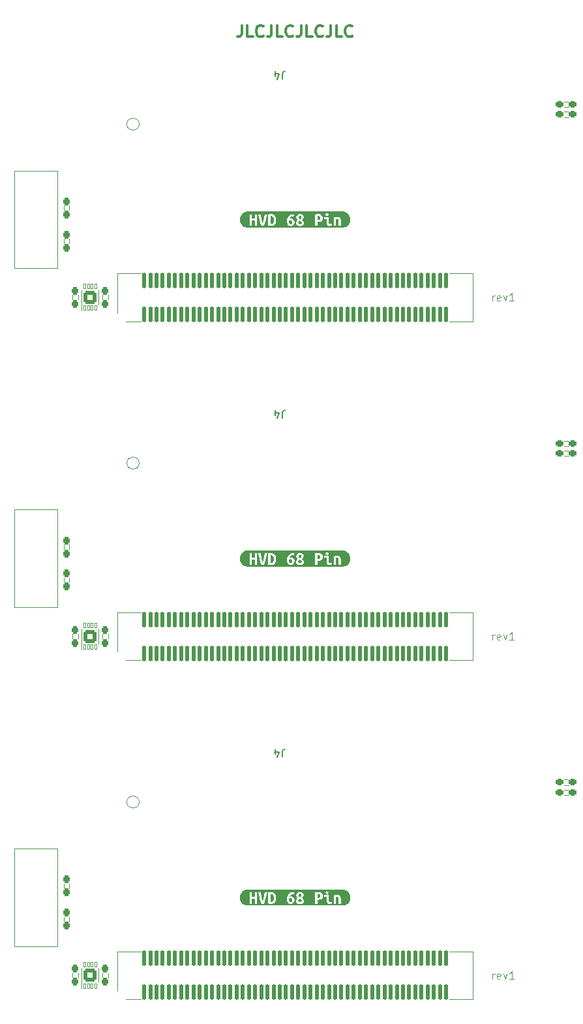
<source format=gto>
G04 #@! TF.GenerationSoftware,KiCad,Pcbnew,8.0.6*
G04 #@! TF.CreationDate,2024-11-07T02:27:03-08:00*
G04 #@! TF.ProjectId,hvd-68-hd-panel,6876642d-3638-42d6-9864-2d70616e656c,1*
G04 #@! TF.SameCoordinates,Original*
G04 #@! TF.FileFunction,Legend,Top*
G04 #@! TF.FilePolarity,Positive*
%FSLAX46Y46*%
G04 Gerber Fmt 4.6, Leading zero omitted, Abs format (unit mm)*
G04 Created by KiCad (PCBNEW 8.0.6) date 2024-11-07 02:27:03*
%MOMM*%
%LPD*%
G01*
G04 APERTURE LIST*
G04 Aperture macros list*
%AMRoundRect*
0 Rectangle with rounded corners*
0 $1 Rounding radius*
0 $2 $3 $4 $5 $6 $7 $8 $9 X,Y pos of 4 corners*
0 Add a 4 corners polygon primitive as box body*
4,1,4,$2,$3,$4,$5,$6,$7,$8,$9,$2,$3,0*
0 Add four circle primitives for the rounded corners*
1,1,$1+$1,$2,$3*
1,1,$1+$1,$4,$5*
1,1,$1+$1,$6,$7*
1,1,$1+$1,$8,$9*
0 Add four rect primitives between the rounded corners*
20,1,$1+$1,$2,$3,$4,$5,0*
20,1,$1+$1,$4,$5,$6,$7,0*
20,1,$1+$1,$6,$7,$8,$9,0*
20,1,$1+$1,$8,$9,$2,$3,0*%
G04 Aperture macros list end*
%ADD10C,0.300000*%
%ADD11C,0.100000*%
%ADD12C,0.150000*%
%ADD13C,0.000000*%
%ADD14C,0.120000*%
%ADD15RoundRect,0.225000X0.275000X0.225000X-0.275000X0.225000X-0.275000X-0.225000X0.275000X-0.225000X0*%
%ADD16C,2.500000*%
%ADD17C,0.500000*%
%ADD18C,6.500000*%
%ADD19C,2.300000*%
%ADD20C,2.700000*%
%ADD21C,1.950000*%
%ADD22RoundRect,0.225000X-0.225000X0.275000X-0.225000X-0.275000X0.225000X-0.275000X0.225000X0.275000X0*%
%ADD23RoundRect,0.225000X0.225000X-0.275000X0.225000X0.275000X-0.225000X0.275000X-0.225000X-0.275000X0*%
%ADD24RoundRect,0.062500X0.137500X-0.287500X0.137500X0.287500X-0.137500X0.287500X-0.137500X-0.287500X0*%
%ADD25RoundRect,0.265625X0.584375X-0.584375X0.584375X0.584375X-0.584375X0.584375X-0.584375X-0.584375X0*%
%ADD26C,1.300000*%
%ADD27C,4.200000*%
%ADD28RoundRect,0.225000X-0.275000X-0.225000X0.275000X-0.225000X0.275000X0.225000X-0.275000X0.225000X0*%
%ADD29C,0.800000*%
%ADD30C,1.200000*%
%ADD31RoundRect,0.125000X0.125000X0.925000X-0.125000X0.925000X-0.125000X-0.925000X0.125000X-0.925000X0*%
G04 APERTURE END LIST*
D10*
X-44428572Y134325172D02*
X-44428572Y133253743D01*
X-44428572Y133253743D02*
X-44500001Y133039458D01*
X-44500001Y133039458D02*
X-44642858Y132896600D01*
X-44642858Y132896600D02*
X-44857144Y132825172D01*
X-44857144Y132825172D02*
X-45000001Y132825172D01*
X-43000001Y132825172D02*
X-43714287Y132825172D01*
X-43714287Y132825172D02*
X-43714287Y134325172D01*
X-41642858Y132968029D02*
X-41714286Y132896600D01*
X-41714286Y132896600D02*
X-41928572Y132825172D01*
X-41928572Y132825172D02*
X-42071429Y132825172D01*
X-42071429Y132825172D02*
X-42285715Y132896600D01*
X-42285715Y132896600D02*
X-42428572Y133039458D01*
X-42428572Y133039458D02*
X-42500001Y133182315D01*
X-42500001Y133182315D02*
X-42571429Y133468029D01*
X-42571429Y133468029D02*
X-42571429Y133682315D01*
X-42571429Y133682315D02*
X-42500001Y133968029D01*
X-42500001Y133968029D02*
X-42428572Y134110886D01*
X-42428572Y134110886D02*
X-42285715Y134253743D01*
X-42285715Y134253743D02*
X-42071429Y134325172D01*
X-42071429Y134325172D02*
X-41928572Y134325172D01*
X-41928572Y134325172D02*
X-41714286Y134253743D01*
X-41714286Y134253743D02*
X-41642858Y134182315D01*
X-40571429Y134325172D02*
X-40571429Y133253743D01*
X-40571429Y133253743D02*
X-40642858Y133039458D01*
X-40642858Y133039458D02*
X-40785715Y132896600D01*
X-40785715Y132896600D02*
X-41000001Y132825172D01*
X-41000001Y132825172D02*
X-41142858Y132825172D01*
X-39142858Y132825172D02*
X-39857144Y132825172D01*
X-39857144Y132825172D02*
X-39857144Y134325172D01*
X-37785715Y132968029D02*
X-37857143Y132896600D01*
X-37857143Y132896600D02*
X-38071429Y132825172D01*
X-38071429Y132825172D02*
X-38214286Y132825172D01*
X-38214286Y132825172D02*
X-38428572Y132896600D01*
X-38428572Y132896600D02*
X-38571429Y133039458D01*
X-38571429Y133039458D02*
X-38642858Y133182315D01*
X-38642858Y133182315D02*
X-38714286Y133468029D01*
X-38714286Y133468029D02*
X-38714286Y133682315D01*
X-38714286Y133682315D02*
X-38642858Y133968029D01*
X-38642858Y133968029D02*
X-38571429Y134110886D01*
X-38571429Y134110886D02*
X-38428572Y134253743D01*
X-38428572Y134253743D02*
X-38214286Y134325172D01*
X-38214286Y134325172D02*
X-38071429Y134325172D01*
X-38071429Y134325172D02*
X-37857143Y134253743D01*
X-37857143Y134253743D02*
X-37785715Y134182315D01*
X-36714286Y134325172D02*
X-36714286Y133253743D01*
X-36714286Y133253743D02*
X-36785715Y133039458D01*
X-36785715Y133039458D02*
X-36928572Y132896600D01*
X-36928572Y132896600D02*
X-37142858Y132825172D01*
X-37142858Y132825172D02*
X-37285715Y132825172D01*
X-35285715Y132825172D02*
X-36000001Y132825172D01*
X-36000001Y132825172D02*
X-36000001Y134325172D01*
X-33928572Y132968029D02*
X-34000000Y132896600D01*
X-34000000Y132896600D02*
X-34214286Y132825172D01*
X-34214286Y132825172D02*
X-34357143Y132825172D01*
X-34357143Y132825172D02*
X-34571429Y132896600D01*
X-34571429Y132896600D02*
X-34714286Y133039458D01*
X-34714286Y133039458D02*
X-34785715Y133182315D01*
X-34785715Y133182315D02*
X-34857143Y133468029D01*
X-34857143Y133468029D02*
X-34857143Y133682315D01*
X-34857143Y133682315D02*
X-34785715Y133968029D01*
X-34785715Y133968029D02*
X-34714286Y134110886D01*
X-34714286Y134110886D02*
X-34571429Y134253743D01*
X-34571429Y134253743D02*
X-34357143Y134325172D01*
X-34357143Y134325172D02*
X-34214286Y134325172D01*
X-34214286Y134325172D02*
X-34000000Y134253743D01*
X-34000000Y134253743D02*
X-33928572Y134182315D01*
X-32857143Y134325172D02*
X-32857143Y133253743D01*
X-32857143Y133253743D02*
X-32928572Y133039458D01*
X-32928572Y133039458D02*
X-33071429Y132896600D01*
X-33071429Y132896600D02*
X-33285715Y132825172D01*
X-33285715Y132825172D02*
X-33428572Y132825172D01*
X-31428572Y132825172D02*
X-32142858Y132825172D01*
X-32142858Y132825172D02*
X-32142858Y134325172D01*
X-30071429Y132968029D02*
X-30142857Y132896600D01*
X-30142857Y132896600D02*
X-30357143Y132825172D01*
X-30357143Y132825172D02*
X-30500000Y132825172D01*
X-30500000Y132825172D02*
X-30714286Y132896600D01*
X-30714286Y132896600D02*
X-30857143Y133039458D01*
X-30857143Y133039458D02*
X-30928572Y133182315D01*
X-30928572Y133182315D02*
X-31000000Y133468029D01*
X-31000000Y133468029D02*
X-31000000Y133682315D01*
X-31000000Y133682315D02*
X-30928572Y133968029D01*
X-30928572Y133968029D02*
X-30857143Y134110886D01*
X-30857143Y134110886D02*
X-30714286Y134253743D01*
X-30714286Y134253743D02*
X-30500000Y134325172D01*
X-30500000Y134325172D02*
X-30357143Y134325172D01*
X-30357143Y134325172D02*
X-30142857Y134253743D01*
X-30142857Y134253743D02*
X-30071429Y134182315D01*
D11*
X-11857143Y98544581D02*
X-11857143Y99211248D01*
X-11857143Y99020772D02*
X-11809524Y99116010D01*
X-11809524Y99116010D02*
X-11761905Y99163629D01*
X-11761905Y99163629D02*
X-11666667Y99211248D01*
X-11666667Y99211248D02*
X-11571429Y99211248D01*
X-10857143Y98592200D02*
X-10952381Y98544581D01*
X-10952381Y98544581D02*
X-11142857Y98544581D01*
X-11142857Y98544581D02*
X-11238095Y98592200D01*
X-11238095Y98592200D02*
X-11285714Y98687439D01*
X-11285714Y98687439D02*
X-11285714Y99068391D01*
X-11285714Y99068391D02*
X-11238095Y99163629D01*
X-11238095Y99163629D02*
X-11142857Y99211248D01*
X-11142857Y99211248D02*
X-10952381Y99211248D01*
X-10952381Y99211248D02*
X-10857143Y99163629D01*
X-10857143Y99163629D02*
X-10809524Y99068391D01*
X-10809524Y99068391D02*
X-10809524Y98973153D01*
X-10809524Y98973153D02*
X-11285714Y98877915D01*
X-10476190Y99211248D02*
X-10238095Y98544581D01*
X-10238095Y98544581D02*
X-10000000Y99211248D01*
X-9095238Y98544581D02*
X-9666666Y98544581D01*
X-9380952Y98544581D02*
X-9380952Y99544581D01*
X-9380952Y99544581D02*
X-9476190Y99401724D01*
X-9476190Y99401724D02*
X-9571428Y99306486D01*
X-9571428Y99306486D02*
X-9666666Y99258867D01*
X-11857143Y10544581D02*
X-11857143Y11211248D01*
X-11857143Y11020772D02*
X-11809524Y11116010D01*
X-11809524Y11116010D02*
X-11761905Y11163629D01*
X-11761905Y11163629D02*
X-11666667Y11211248D01*
X-11666667Y11211248D02*
X-11571429Y11211248D01*
X-10857143Y10592200D02*
X-10952381Y10544581D01*
X-10952381Y10544581D02*
X-11142857Y10544581D01*
X-11142857Y10544581D02*
X-11238095Y10592200D01*
X-11238095Y10592200D02*
X-11285714Y10687439D01*
X-11285714Y10687439D02*
X-11285714Y11068391D01*
X-11285714Y11068391D02*
X-11238095Y11163629D01*
X-11238095Y11163629D02*
X-11142857Y11211248D01*
X-11142857Y11211248D02*
X-10952381Y11211248D01*
X-10952381Y11211248D02*
X-10857143Y11163629D01*
X-10857143Y11163629D02*
X-10809524Y11068391D01*
X-10809524Y11068391D02*
X-10809524Y10973153D01*
X-10809524Y10973153D02*
X-11285714Y10877915D01*
X-10476190Y11211248D02*
X-10238095Y10544581D01*
X-10238095Y10544581D02*
X-10000000Y11211248D01*
X-9095238Y10544581D02*
X-9666666Y10544581D01*
X-9380952Y10544581D02*
X-9380952Y11544581D01*
X-9380952Y11544581D02*
X-9476190Y11401724D01*
X-9476190Y11401724D02*
X-9571428Y11306486D01*
X-9571428Y11306486D02*
X-9666666Y11258867D01*
X-11857143Y54544581D02*
X-11857143Y55211248D01*
X-11857143Y55020772D02*
X-11809524Y55116010D01*
X-11809524Y55116010D02*
X-11761905Y55163629D01*
X-11761905Y55163629D02*
X-11666667Y55211248D01*
X-11666667Y55211248D02*
X-11571429Y55211248D01*
X-10857143Y54592200D02*
X-10952381Y54544581D01*
X-10952381Y54544581D02*
X-11142857Y54544581D01*
X-11142857Y54544581D02*
X-11238095Y54592200D01*
X-11238095Y54592200D02*
X-11285714Y54687439D01*
X-11285714Y54687439D02*
X-11285714Y55068391D01*
X-11285714Y55068391D02*
X-11238095Y55163629D01*
X-11238095Y55163629D02*
X-11142857Y55211248D01*
X-11142857Y55211248D02*
X-10952381Y55211248D01*
X-10952381Y55211248D02*
X-10857143Y55163629D01*
X-10857143Y55163629D02*
X-10809524Y55068391D01*
X-10809524Y55068391D02*
X-10809524Y54973153D01*
X-10809524Y54973153D02*
X-11285714Y54877915D01*
X-10476190Y55211248D02*
X-10238095Y54544581D01*
X-10238095Y54544581D02*
X-10000000Y55211248D01*
X-9095238Y54544581D02*
X-9666666Y54544581D01*
X-9380952Y54544581D02*
X-9380952Y55544581D01*
X-9380952Y55544581D02*
X-9476190Y55401724D01*
X-9476190Y55401724D02*
X-9571428Y55306486D01*
X-9571428Y55306486D02*
X-9666666Y55258867D01*
D12*
X-39166667Y127356821D02*
X-39166667Y128071106D01*
X-39166667Y128071106D02*
X-39119048Y128213963D01*
X-39119048Y128213963D02*
X-39023810Y128309201D01*
X-39023810Y128309201D02*
X-38880953Y128356821D01*
X-38880953Y128356821D02*
X-38785715Y128356821D01*
X-40071429Y127690154D02*
X-40071429Y128356821D01*
X-39833334Y127309201D02*
X-39595239Y128023487D01*
X-39595239Y128023487D02*
X-40214286Y128023487D01*
X-39166667Y39356821D02*
X-39166667Y40071106D01*
X-39166667Y40071106D02*
X-39119048Y40213963D01*
X-39119048Y40213963D02*
X-39023810Y40309201D01*
X-39023810Y40309201D02*
X-38880953Y40356821D01*
X-38880953Y40356821D02*
X-38785715Y40356821D01*
X-40071429Y39690154D02*
X-40071429Y40356821D01*
X-39833334Y39309201D02*
X-39595239Y40023487D01*
X-39595239Y40023487D02*
X-40214286Y40023487D01*
X-39166667Y83356821D02*
X-39166667Y84071106D01*
X-39166667Y84071106D02*
X-39119048Y84213963D01*
X-39119048Y84213963D02*
X-39023810Y84309201D01*
X-39023810Y84309201D02*
X-38880953Y84356821D01*
X-38880953Y84356821D02*
X-38785715Y84356821D01*
X-40071429Y83690154D02*
X-40071429Y84356821D01*
X-39833334Y83309201D02*
X-39595239Y84023487D01*
X-39595239Y84023487D02*
X-40214286Y84023487D01*
D13*
G04 #@! TO.C,kibuzzard-672C63B8*
G36*
X-36740307Y21535764D02*
G01*
X-36683360Y21408543D01*
X-36714863Y21278898D01*
X-36821486Y21156523D01*
X-36940832Y21213470D01*
X-37017771Y21267994D01*
X-37073506Y21406120D01*
X-37014136Y21534553D01*
X-36877221Y21578171D01*
X-36740307Y21535764D01*
G37*
G36*
X-36821486Y20893599D02*
G01*
X-36718498Y20833018D01*
X-36660339Y20766378D01*
X-36642165Y20681564D01*
X-36706381Y20556766D01*
X-36879645Y20504666D01*
X-37043215Y20554342D01*
X-37112278Y20700950D01*
X-37075929Y20833018D01*
X-36971729Y20957816D01*
X-36821486Y20893599D01*
G37*
G36*
X-34376111Y21533038D02*
G01*
X-34292811Y21492145D01*
X-34239196Y21418539D01*
X-34221325Y21306766D01*
X-34239499Y21188935D01*
X-34294023Y21111693D01*
X-34384289Y21068983D01*
X-34509693Y21054746D01*
X-34630856Y21054746D01*
X-34630856Y21539399D01*
X-34556947Y21545457D01*
X-34483037Y21546669D01*
X-34376111Y21533038D01*
G37*
G36*
X-40439418Y21504262D02*
G01*
X-40340065Y21391580D01*
X-40289176Y21229221D01*
X-40274637Y21040207D01*
X-40279180Y20933280D01*
X-40292811Y20835441D01*
X-40353393Y20674294D01*
X-40464863Y20567670D01*
X-40635703Y20528898D01*
X-40662359Y20528898D01*
X-40689015Y20531321D01*
X-40689015Y21539399D01*
X-40645396Y21545457D01*
X-40601777Y21546669D01*
X-40439418Y21504262D01*
G37*
G36*
X-38003433Y20985986D02*
G01*
X-37933764Y20939641D01*
X-37882876Y20763955D01*
X-37893780Y20679141D01*
X-37927706Y20599173D01*
X-37987076Y20538591D01*
X-38074313Y20514359D01*
X-38179725Y20544649D01*
X-38246365Y20625829D01*
X-38280291Y20740934D01*
X-38289984Y20875425D01*
X-38288772Y20921467D01*
X-38285137Y20965086D01*
X-38205170Y20991742D01*
X-38110662Y21001435D01*
X-38003433Y20985986D01*
G37*
G36*
X-31263343Y22143407D02*
G01*
X-31161761Y22128339D01*
X-31062146Y22103386D01*
X-30965455Y22068790D01*
X-30872622Y22024883D01*
X-30784539Y21972088D01*
X-30702055Y21910914D01*
X-30625964Y21841949D01*
X-30556999Y21765858D01*
X-30495825Y21683374D01*
X-30443030Y21595291D01*
X-30399123Y21502458D01*
X-30364526Y21405767D01*
X-30339574Y21306151D01*
X-30324506Y21204570D01*
X-30319467Y21102000D01*
X-30324506Y20999430D01*
X-30339574Y20897849D01*
X-30364526Y20798233D01*
X-30399123Y20701542D01*
X-30443030Y20608709D01*
X-30495825Y20520626D01*
X-30556999Y20438142D01*
X-30625964Y20362051D01*
X-30702055Y20293086D01*
X-30784539Y20231912D01*
X-30872622Y20179117D01*
X-30965455Y20135210D01*
X-31062146Y20100614D01*
X-31161761Y20075661D01*
X-31263343Y20060593D01*
X-31365913Y20055554D01*
X-31567851Y20055554D01*
X-33038772Y20055554D01*
X-34630856Y20055554D01*
X-36884491Y20055554D01*
X-38067044Y20055554D01*
X-40667205Y20055554D01*
X-41878837Y20055554D01*
X-42438611Y20055554D01*
X-43432149Y20055554D01*
X-43634087Y20055554D01*
X-43736657Y20060593D01*
X-43838239Y20075661D01*
X-43937854Y20100614D01*
X-44034545Y20135210D01*
X-44127378Y20179117D01*
X-44215461Y20231912D01*
X-44292429Y20288995D01*
X-43432149Y20288995D01*
X-43134087Y20288995D01*
X-43134087Y20950546D01*
X-42736672Y20950546D01*
X-42736672Y20288995D01*
X-42438611Y20288995D01*
X-42438611Y21788995D01*
X-42298061Y21788995D01*
X-42270194Y21653292D01*
X-42230210Y21483664D01*
X-42198169Y21356712D01*
X-42163436Y21224644D01*
X-42126010Y21087460D01*
X-42086430Y20947584D01*
X-42045234Y20807439D01*
X-42002423Y20667024D01*
X-41938813Y20467105D01*
X-41878837Y20288995D01*
X-41571082Y20288995D01*
X-41524771Y20418101D01*
X-41479537Y20550169D01*
X-41435380Y20685199D01*
X-41392973Y20820901D01*
X-41352989Y20954989D01*
X-41315428Y21087460D01*
X-41263934Y21280413D01*
X-41218498Y21464278D01*
X-41179422Y21635118D01*
X-41151094Y21769609D01*
X-40987076Y21769609D01*
X-40987076Y20305958D01*
X-40823506Y20278090D01*
X-40667205Y20269609D01*
X-40520901Y20280211D01*
X-40387318Y20312016D01*
X-40268881Y20366842D01*
X-40168013Y20446507D01*
X-40085925Y20552222D01*
X-40023829Y20685199D01*
X-39984754Y20847254D01*
X-39981053Y20902081D01*
X-38583199Y20902081D01*
X-38568525Y20700277D01*
X-38524502Y20537514D01*
X-38451131Y20413793D01*
X-38349758Y20326960D01*
X-38221729Y20274859D01*
X-38067044Y20257493D01*
X-37951939Y20269306D01*
X-37853796Y20304746D01*
X-37705977Y20427121D01*
X-37619952Y20591903D01*
X-37608499Y20664601D01*
X-37390953Y20664601D01*
X-37354604Y20493761D01*
X-37251616Y20365328D01*
X-37091680Y20285360D01*
X-36993235Y20264460D01*
X-36884491Y20257493D01*
X-36750606Y20267186D01*
X-36639742Y20296265D01*
X-36478595Y20394407D01*
X-36388934Y20528898D01*
X-36361066Y20676717D01*
X-36375303Y20785764D01*
X-36418013Y20885118D01*
X-36495254Y20975990D01*
X-36613086Y21059593D01*
X-36518578Y21135623D01*
X-36453150Y21228010D01*
X-36414984Y21329484D01*
X-36402262Y21432775D01*
X-36434067Y21593922D01*
X-36529483Y21718721D01*
X-36624514Y21769609D01*
X-34928918Y21769609D01*
X-34928918Y20288995D01*
X-34630856Y20288995D01*
X-34630856Y20795457D01*
X-34524233Y20795457D01*
X-34345046Y20808785D01*
X-34195207Y20848769D01*
X-34074717Y20915409D01*
X-33986537Y21011935D01*
X-33933630Y21141580D01*
X-33915994Y21304342D01*
X-33929416Y21427929D01*
X-33760905Y21427929D01*
X-33760905Y21180756D01*
X-33445880Y21180756D01*
X-33445880Y20761532D01*
X-33441034Y20649456D01*
X-33426494Y20550708D01*
X-33359855Y20394407D01*
X-33233845Y20296265D01*
X-33145699Y20270821D01*
X-33038772Y20262339D01*
X-32889742Y20278090D01*
X-32716478Y20337460D01*
X-32755250Y20577363D01*
X-32886107Y20532533D01*
X-32985460Y20521628D01*
X-33110258Y20571305D01*
X-33147819Y20722759D01*
X-33147819Y21391580D01*
X-32483845Y21391580D01*
X-32483845Y20288995D01*
X-32185784Y20288995D01*
X-32185784Y21183179D01*
X-32116721Y21190449D01*
X-32050081Y21192872D01*
X-31902262Y21122598D01*
X-31875000Y21029908D01*
X-31865913Y20892388D01*
X-31865913Y20288995D01*
X-31567851Y20288995D01*
X-31567851Y20931160D01*
X-31573304Y21042327D01*
X-31589661Y21143195D01*
X-31663570Y21307977D01*
X-31805331Y21414601D01*
X-31906502Y21442771D01*
X-32030695Y21452162D01*
X-32163671Y21447315D01*
X-32286349Y21432775D01*
X-32394487Y21412784D01*
X-32483845Y21391580D01*
X-33147819Y21391580D01*
X-33147819Y21427929D01*
X-33348950Y21427929D01*
X-33760905Y21427929D01*
X-33929416Y21427929D01*
X-33933495Y21465489D01*
X-33985999Y21593519D01*
X-34073506Y21688430D01*
X-34192784Y21753723D01*
X-34197863Y21755069D01*
X-33535541Y21755069D01*
X-33481018Y21616943D01*
X-33348950Y21566055D01*
X-33215670Y21616943D01*
X-33159935Y21755069D01*
X-33215670Y21895619D01*
X-33348950Y21946507D01*
X-33481018Y21895619D01*
X-33535541Y21755069D01*
X-34197863Y21755069D01*
X-34340603Y21792899D01*
X-34516963Y21805958D01*
X-34611470Y21803535D01*
X-34720517Y21797477D01*
X-34830775Y21786572D01*
X-34928918Y21769609D01*
X-36624514Y21769609D01*
X-36678817Y21798688D01*
X-36872375Y21825344D01*
X-36997173Y21815045D01*
X-37100162Y21784149D01*
X-37247981Y21679948D01*
X-37329160Y21538187D01*
X-37354604Y21386733D01*
X-37315832Y21212258D01*
X-37260097Y21132291D01*
X-37170436Y21057170D01*
X-37269184Y20973870D01*
X-37337641Y20879060D01*
X-37377625Y20775162D01*
X-37390953Y20664601D01*
X-37608499Y20664601D01*
X-37592084Y20768801D01*
X-37617528Y20952969D01*
X-37701131Y21105635D01*
X-37850162Y21209835D01*
X-37951030Y21238914D01*
X-38071890Y21248607D01*
X-38149435Y21237703D01*
X-38239095Y21207412D01*
X-38155493Y21364924D01*
X-38021002Y21467913D01*
X-37851373Y21524859D01*
X-37662359Y21544246D01*
X-37679321Y21798688D01*
X-37873788Y21784149D01*
X-38050081Y21740530D01*
X-38205170Y21668438D01*
X-38336026Y21568478D01*
X-38441135Y21441257D01*
X-38518982Y21287380D01*
X-38567145Y21107452D01*
X-38583199Y20902081D01*
X-39981053Y20902081D01*
X-39971729Y21040207D01*
X-39983542Y21228918D01*
X-40018982Y21387945D01*
X-40075626Y21519407D01*
X-40151050Y21625425D01*
X-40245254Y21706301D01*
X-40358239Y21762339D01*
X-40486975Y21795053D01*
X-40628433Y21805958D01*
X-40795638Y21798688D01*
X-40987076Y21769609D01*
X-41151094Y21769609D01*
X-41147011Y21788995D01*
X-41459612Y21788995D01*
X-41481422Y21662985D01*
X-41508078Y21517590D01*
X-41538368Y21360380D01*
X-41571082Y21198931D01*
X-41606220Y21036572D01*
X-41643780Y20876637D01*
X-41682553Y20726697D01*
X-41721325Y20594326D01*
X-41760400Y20728515D01*
X-41800081Y20879060D01*
X-41838853Y21038995D01*
X-41875202Y21201354D01*
X-41908825Y21362501D01*
X-41939418Y21518801D01*
X-41964863Y21663288D01*
X-41983037Y21788995D01*
X-42298061Y21788995D01*
X-42438611Y21788995D01*
X-42736672Y21788995D01*
X-42736672Y21197719D01*
X-43134087Y21197719D01*
X-43134087Y21788995D01*
X-43432149Y21788995D01*
X-43432149Y20288995D01*
X-44292429Y20288995D01*
X-44297945Y20293086D01*
X-44374036Y20362051D01*
X-44443001Y20438142D01*
X-44504175Y20520626D01*
X-44556970Y20608709D01*
X-44600877Y20701542D01*
X-44635474Y20798233D01*
X-44660426Y20897849D01*
X-44675494Y20999430D01*
X-44680533Y21102000D01*
X-44675494Y21204570D01*
X-44660426Y21306151D01*
X-44635474Y21405767D01*
X-44600877Y21502458D01*
X-44556970Y21595291D01*
X-44504175Y21683374D01*
X-44443001Y21765858D01*
X-44374036Y21841949D01*
X-44297945Y21910914D01*
X-44215461Y21972088D01*
X-44127378Y22024883D01*
X-44034545Y22068790D01*
X-43937854Y22103386D01*
X-43838239Y22128339D01*
X-43736657Y22143407D01*
X-43634087Y22148446D01*
X-43432149Y22148446D01*
X-31567851Y22148446D01*
X-31365913Y22148446D01*
X-31263343Y22143407D01*
G37*
D11*
G04 #@! TO.C,R4*
X-2600000Y122402001D02*
X-2000000Y122402001D01*
X-2000000Y123101999D02*
X-2600000Y123101999D01*
G04 #@! TO.C,J3*
X-68370000Y14772001D02*
X-73969999Y14772000D01*
X-73969999Y27442000D01*
X-68369999Y27442000D01*
X-68370000Y14772001D01*
G04 #@! TO.C,R2*
X-67549999Y22902000D02*
X-67549999Y22302000D01*
X-66850001Y22302000D02*
X-66850001Y22902000D01*
G04 #@! TO.C,C1*
X-66399999Y10702000D02*
X-66399999Y11302000D01*
X-65700001Y11302000D02*
X-65700001Y10702000D01*
G04 #@! TO.C,U1*
X-65200000Y53302000D02*
X-65200000Y55952000D01*
X-63000000Y55952000D02*
X-63000000Y54052000D01*
G04 #@! TO.C,C1*
X-66399999Y54702000D02*
X-66399999Y55302000D01*
X-65700001Y55302000D02*
X-65700001Y54702000D01*
G04 #@! TO.C,R2*
X-67549999Y110902000D02*
X-67549999Y110302000D01*
X-66850001Y110302000D02*
X-66850001Y110902000D01*
G04 #@! TO.C,U1*
X-65200000Y9302000D02*
X-65200000Y11952000D01*
X-63000000Y11952000D02*
X-63000000Y10052000D01*
G04 #@! TO.C,R1*
X-62499999Y99302000D02*
X-62499999Y98702000D01*
X-61800001Y98702000D02*
X-61800001Y99302000D01*
X-62499999Y11302000D02*
X-62499999Y10702000D01*
X-61800001Y10702000D02*
X-61800001Y11302000D01*
X-62499999Y55302000D02*
X-62499999Y54702000D01*
X-61800001Y54702000D02*
X-61800001Y55302000D01*
G04 #@! TO.C,U1*
X-65200000Y97302000D02*
X-65200000Y99952000D01*
X-63000000Y99952000D02*
X-63000000Y98052000D01*
G04 #@! TO.C,R3*
X-67549999Y18602000D02*
X-67549999Y18002000D01*
X-66850001Y18002000D02*
X-66850001Y18602000D01*
D13*
G04 #@! TO.C,kibuzzard-672C63B8*
G36*
X-36740307Y109535764D02*
G01*
X-36683360Y109408543D01*
X-36714863Y109278898D01*
X-36821486Y109156523D01*
X-36940832Y109213470D01*
X-37017771Y109267994D01*
X-37073506Y109406120D01*
X-37014136Y109534553D01*
X-36877221Y109578171D01*
X-36740307Y109535764D01*
G37*
G36*
X-36821486Y108893599D02*
G01*
X-36718498Y108833018D01*
X-36660339Y108766378D01*
X-36642165Y108681564D01*
X-36706381Y108556766D01*
X-36879645Y108504666D01*
X-37043215Y108554342D01*
X-37112278Y108700950D01*
X-37075929Y108833018D01*
X-36971729Y108957816D01*
X-36821486Y108893599D01*
G37*
G36*
X-34376111Y109533038D02*
G01*
X-34292811Y109492145D01*
X-34239196Y109418539D01*
X-34221325Y109306766D01*
X-34239499Y109188935D01*
X-34294023Y109111693D01*
X-34384289Y109068983D01*
X-34509693Y109054746D01*
X-34630856Y109054746D01*
X-34630856Y109539399D01*
X-34556947Y109545457D01*
X-34483037Y109546669D01*
X-34376111Y109533038D01*
G37*
G36*
X-40439418Y109504262D02*
G01*
X-40340065Y109391580D01*
X-40289176Y109229221D01*
X-40274637Y109040207D01*
X-40279180Y108933280D01*
X-40292811Y108835441D01*
X-40353393Y108674294D01*
X-40464863Y108567670D01*
X-40635703Y108528898D01*
X-40662359Y108528898D01*
X-40689015Y108531321D01*
X-40689015Y109539399D01*
X-40645396Y109545457D01*
X-40601777Y109546669D01*
X-40439418Y109504262D01*
G37*
G36*
X-38003433Y108985986D02*
G01*
X-37933764Y108939641D01*
X-37882876Y108763955D01*
X-37893780Y108679141D01*
X-37927706Y108599173D01*
X-37987076Y108538591D01*
X-38074313Y108514359D01*
X-38179725Y108544649D01*
X-38246365Y108625829D01*
X-38280291Y108740934D01*
X-38289984Y108875425D01*
X-38288772Y108921467D01*
X-38285137Y108965086D01*
X-38205170Y108991742D01*
X-38110662Y109001435D01*
X-38003433Y108985986D01*
G37*
G36*
X-31263343Y110143407D02*
G01*
X-31161761Y110128339D01*
X-31062146Y110103386D01*
X-30965455Y110068790D01*
X-30872622Y110024883D01*
X-30784539Y109972088D01*
X-30702055Y109910914D01*
X-30625964Y109841949D01*
X-30556999Y109765858D01*
X-30495825Y109683374D01*
X-30443030Y109595291D01*
X-30399123Y109502458D01*
X-30364526Y109405767D01*
X-30339574Y109306151D01*
X-30324506Y109204570D01*
X-30319467Y109102000D01*
X-30324506Y108999430D01*
X-30339574Y108897849D01*
X-30364526Y108798233D01*
X-30399123Y108701542D01*
X-30443030Y108608709D01*
X-30495825Y108520626D01*
X-30556999Y108438142D01*
X-30625964Y108362051D01*
X-30702055Y108293086D01*
X-30784539Y108231912D01*
X-30872622Y108179117D01*
X-30965455Y108135210D01*
X-31062146Y108100614D01*
X-31161761Y108075661D01*
X-31263343Y108060593D01*
X-31365913Y108055554D01*
X-31567851Y108055554D01*
X-33038772Y108055554D01*
X-34630856Y108055554D01*
X-36884491Y108055554D01*
X-38067044Y108055554D01*
X-40667205Y108055554D01*
X-41878837Y108055554D01*
X-42438611Y108055554D01*
X-43432149Y108055554D01*
X-43634087Y108055554D01*
X-43736657Y108060593D01*
X-43838239Y108075661D01*
X-43937854Y108100614D01*
X-44034545Y108135210D01*
X-44127378Y108179117D01*
X-44215461Y108231912D01*
X-44292429Y108288995D01*
X-43432149Y108288995D01*
X-43134087Y108288995D01*
X-43134087Y108950546D01*
X-42736672Y108950546D01*
X-42736672Y108288995D01*
X-42438611Y108288995D01*
X-42438611Y109788995D01*
X-42298061Y109788995D01*
X-42270194Y109653292D01*
X-42230210Y109483664D01*
X-42198169Y109356712D01*
X-42163436Y109224644D01*
X-42126010Y109087460D01*
X-42086430Y108947584D01*
X-42045234Y108807439D01*
X-42002423Y108667024D01*
X-41938813Y108467105D01*
X-41878837Y108288995D01*
X-41571082Y108288995D01*
X-41524771Y108418101D01*
X-41479537Y108550169D01*
X-41435380Y108685199D01*
X-41392973Y108820901D01*
X-41352989Y108954989D01*
X-41315428Y109087460D01*
X-41263934Y109280413D01*
X-41218498Y109464278D01*
X-41179422Y109635118D01*
X-41151094Y109769609D01*
X-40987076Y109769609D01*
X-40987076Y108305958D01*
X-40823506Y108278090D01*
X-40667205Y108269609D01*
X-40520901Y108280211D01*
X-40387318Y108312016D01*
X-40268881Y108366842D01*
X-40168013Y108446507D01*
X-40085925Y108552222D01*
X-40023829Y108685199D01*
X-39984754Y108847254D01*
X-39981053Y108902081D01*
X-38583199Y108902081D01*
X-38568525Y108700277D01*
X-38524502Y108537514D01*
X-38451131Y108413793D01*
X-38349758Y108326960D01*
X-38221729Y108274859D01*
X-38067044Y108257493D01*
X-37951939Y108269306D01*
X-37853796Y108304746D01*
X-37705977Y108427121D01*
X-37619952Y108591903D01*
X-37608499Y108664601D01*
X-37390953Y108664601D01*
X-37354604Y108493761D01*
X-37251616Y108365328D01*
X-37091680Y108285360D01*
X-36993235Y108264460D01*
X-36884491Y108257493D01*
X-36750606Y108267186D01*
X-36639742Y108296265D01*
X-36478595Y108394407D01*
X-36388934Y108528898D01*
X-36361066Y108676717D01*
X-36375303Y108785764D01*
X-36418013Y108885118D01*
X-36495254Y108975990D01*
X-36613086Y109059593D01*
X-36518578Y109135623D01*
X-36453150Y109228010D01*
X-36414984Y109329484D01*
X-36402262Y109432775D01*
X-36434067Y109593922D01*
X-36529483Y109718721D01*
X-36624514Y109769609D01*
X-34928918Y109769609D01*
X-34928918Y108288995D01*
X-34630856Y108288995D01*
X-34630856Y108795457D01*
X-34524233Y108795457D01*
X-34345046Y108808785D01*
X-34195207Y108848769D01*
X-34074717Y108915409D01*
X-33986537Y109011935D01*
X-33933630Y109141580D01*
X-33915994Y109304342D01*
X-33929416Y109427929D01*
X-33760905Y109427929D01*
X-33760905Y109180756D01*
X-33445880Y109180756D01*
X-33445880Y108761532D01*
X-33441034Y108649456D01*
X-33426494Y108550708D01*
X-33359855Y108394407D01*
X-33233845Y108296265D01*
X-33145699Y108270821D01*
X-33038772Y108262339D01*
X-32889742Y108278090D01*
X-32716478Y108337460D01*
X-32755250Y108577363D01*
X-32886107Y108532533D01*
X-32985460Y108521628D01*
X-33110258Y108571305D01*
X-33147819Y108722759D01*
X-33147819Y109391580D01*
X-32483845Y109391580D01*
X-32483845Y108288995D01*
X-32185784Y108288995D01*
X-32185784Y109183179D01*
X-32116721Y109190449D01*
X-32050081Y109192872D01*
X-31902262Y109122598D01*
X-31875000Y109029908D01*
X-31865913Y108892388D01*
X-31865913Y108288995D01*
X-31567851Y108288995D01*
X-31567851Y108931160D01*
X-31573304Y109042327D01*
X-31589661Y109143195D01*
X-31663570Y109307977D01*
X-31805331Y109414601D01*
X-31906502Y109442771D01*
X-32030695Y109452162D01*
X-32163671Y109447315D01*
X-32286349Y109432775D01*
X-32394487Y109412784D01*
X-32483845Y109391580D01*
X-33147819Y109391580D01*
X-33147819Y109427929D01*
X-33348950Y109427929D01*
X-33760905Y109427929D01*
X-33929416Y109427929D01*
X-33933495Y109465489D01*
X-33985999Y109593519D01*
X-34073506Y109688430D01*
X-34192784Y109753723D01*
X-34197863Y109755069D01*
X-33535541Y109755069D01*
X-33481018Y109616943D01*
X-33348950Y109566055D01*
X-33215670Y109616943D01*
X-33159935Y109755069D01*
X-33215670Y109895619D01*
X-33348950Y109946507D01*
X-33481018Y109895619D01*
X-33535541Y109755069D01*
X-34197863Y109755069D01*
X-34340603Y109792899D01*
X-34516963Y109805958D01*
X-34611470Y109803535D01*
X-34720517Y109797477D01*
X-34830775Y109786572D01*
X-34928918Y109769609D01*
X-36624514Y109769609D01*
X-36678817Y109798688D01*
X-36872375Y109825344D01*
X-36997173Y109815045D01*
X-37100162Y109784149D01*
X-37247981Y109679948D01*
X-37329160Y109538187D01*
X-37354604Y109386733D01*
X-37315832Y109212258D01*
X-37260097Y109132291D01*
X-37170436Y109057170D01*
X-37269184Y108973870D01*
X-37337641Y108879060D01*
X-37377625Y108775162D01*
X-37390953Y108664601D01*
X-37608499Y108664601D01*
X-37592084Y108768801D01*
X-37617528Y108952969D01*
X-37701131Y109105635D01*
X-37850162Y109209835D01*
X-37951030Y109238914D01*
X-38071890Y109248607D01*
X-38149435Y109237703D01*
X-38239095Y109207412D01*
X-38155493Y109364924D01*
X-38021002Y109467913D01*
X-37851373Y109524859D01*
X-37662359Y109544246D01*
X-37679321Y109798688D01*
X-37873788Y109784149D01*
X-38050081Y109740530D01*
X-38205170Y109668438D01*
X-38336026Y109568478D01*
X-38441135Y109441257D01*
X-38518982Y109287380D01*
X-38567145Y109107452D01*
X-38583199Y108902081D01*
X-39981053Y108902081D01*
X-39971729Y109040207D01*
X-39983542Y109228918D01*
X-40018982Y109387945D01*
X-40075626Y109519407D01*
X-40151050Y109625425D01*
X-40245254Y109706301D01*
X-40358239Y109762339D01*
X-40486975Y109795053D01*
X-40628433Y109805958D01*
X-40795638Y109798688D01*
X-40987076Y109769609D01*
X-41151094Y109769609D01*
X-41147011Y109788995D01*
X-41459612Y109788995D01*
X-41481422Y109662985D01*
X-41508078Y109517590D01*
X-41538368Y109360380D01*
X-41571082Y109198931D01*
X-41606220Y109036572D01*
X-41643780Y108876637D01*
X-41682553Y108726697D01*
X-41721325Y108594326D01*
X-41760400Y108728515D01*
X-41800081Y108879060D01*
X-41838853Y109038995D01*
X-41875202Y109201354D01*
X-41908825Y109362501D01*
X-41939418Y109518801D01*
X-41964863Y109663288D01*
X-41983037Y109788995D01*
X-42298061Y109788995D01*
X-42438611Y109788995D01*
X-42736672Y109788995D01*
X-42736672Y109197719D01*
X-43134087Y109197719D01*
X-43134087Y109788995D01*
X-43432149Y109788995D01*
X-43432149Y108288995D01*
X-44292429Y108288995D01*
X-44297945Y108293086D01*
X-44374036Y108362051D01*
X-44443001Y108438142D01*
X-44504175Y108520626D01*
X-44556970Y108608709D01*
X-44600877Y108701542D01*
X-44635474Y108798233D01*
X-44660426Y108897849D01*
X-44675494Y108999430D01*
X-44680533Y109102000D01*
X-44675494Y109204570D01*
X-44660426Y109306151D01*
X-44635474Y109405767D01*
X-44600877Y109502458D01*
X-44556970Y109595291D01*
X-44504175Y109683374D01*
X-44443001Y109765858D01*
X-44374036Y109841949D01*
X-44297945Y109910914D01*
X-44215461Y109972088D01*
X-44127378Y110024883D01*
X-44034545Y110068790D01*
X-43937854Y110103386D01*
X-43838239Y110128339D01*
X-43736657Y110143407D01*
X-43634087Y110148446D01*
X-43432149Y110148446D01*
X-31567851Y110148446D01*
X-31365913Y110148446D01*
X-31263343Y110143407D01*
G37*
D11*
G04 #@! TO.C,C1*
X-66399999Y98702000D02*
X-66399999Y99302000D01*
X-65700001Y99302000D02*
X-65700001Y98702000D01*
G04 #@! TO.C,R3*
X-67549999Y62602000D02*
X-67549999Y62002000D01*
X-66850001Y62002000D02*
X-66850001Y62602000D01*
D14*
G04 #@! TO.C,J4*
X-57750000Y121486001D02*
G75*
G02*
X-59350000Y121486001I-800000J0D01*
G01*
X-59350000Y121486001D02*
G75*
G02*
X-57750000Y121486001I800000J0D01*
G01*
D11*
G04 #@! TO.C,C2*
X-2600000Y124401999D02*
X-2000000Y124401999D01*
X-2000000Y123702001D02*
X-2600000Y123702001D01*
D14*
G04 #@! TO.C,J4*
X-57750000Y33486001D02*
G75*
G02*
X-59350000Y33486001I-800000J0D01*
G01*
X-59350000Y33486001D02*
G75*
G02*
X-57750000Y33486001I800000J0D01*
G01*
D11*
G04 #@! TO.C,J3*
X-68370000Y102772001D02*
X-73969999Y102772000D01*
X-73969999Y115442000D01*
X-68369999Y115442000D01*
X-68370000Y102772001D01*
G04 #@! TO.C,R4*
X-2600000Y78402001D02*
X-2000000Y78402001D01*
X-2000000Y79101999D02*
X-2600000Y79101999D01*
D14*
G04 #@! TO.C,J4*
X-57750000Y77486001D02*
G75*
G02*
X-59350000Y77486001I-800000J0D01*
G01*
X-59350000Y77486001D02*
G75*
G02*
X-57750000Y77486001I800000J0D01*
G01*
D11*
G04 #@! TO.C,R2*
X-67549999Y66902000D02*
X-67549999Y66302000D01*
X-66850001Y66302000D02*
X-66850001Y66902000D01*
G04 #@! TO.C,C2*
X-2600000Y36401999D02*
X-2000000Y36401999D01*
X-2000000Y35702001D02*
X-2600000Y35702001D01*
G04 #@! TO.C,R4*
X-2600000Y34402001D02*
X-2000000Y34402001D01*
X-2000000Y35101999D02*
X-2600000Y35101999D01*
G04 #@! TO.C,C2*
X-2600000Y80401999D02*
X-2000000Y80401999D01*
X-2000000Y79702001D02*
X-2600000Y79702001D01*
G04 #@! TO.C,R3*
X-67549999Y106602000D02*
X-67549999Y106002000D01*
X-66850001Y106002000D02*
X-66850001Y106602000D01*
D14*
G04 #@! TO.C,J1*
X-60600001Y58102000D02*
X-60600000Y53002000D01*
X-60600001Y58102000D02*
X-57500001Y58102000D01*
X-59500000Y51902000D02*
X-57500001Y51902000D01*
X-17499999Y58102000D02*
X-14399999Y58102000D01*
X-17499999Y51902000D02*
X-14399999Y51902000D01*
X-14399999Y58102000D02*
X-14399999Y51902000D01*
X-60600001Y14102000D02*
X-60600000Y9002000D01*
X-60600001Y14102000D02*
X-57500001Y14102000D01*
X-59500000Y7902000D02*
X-57500001Y7902000D01*
X-17499999Y14102000D02*
X-14399999Y14102000D01*
X-17499999Y7902000D02*
X-14399999Y7902000D01*
X-14399999Y14102000D02*
X-14399999Y7902000D01*
X-60600001Y102102000D02*
X-60600000Y97002000D01*
X-60600001Y102102000D02*
X-57500001Y102102000D01*
X-59500000Y95902000D02*
X-57500001Y95902000D01*
X-17499999Y102102000D02*
X-14399999Y102102000D01*
X-17499999Y95902000D02*
X-14399999Y95902000D01*
X-14399999Y102102000D02*
X-14399999Y95902000D01*
D13*
G04 #@! TO.C,kibuzzard-672C63B8*
G36*
X-36740307Y65535764D02*
G01*
X-36683360Y65408543D01*
X-36714863Y65278898D01*
X-36821486Y65156523D01*
X-36940832Y65213470D01*
X-37017771Y65267994D01*
X-37073506Y65406120D01*
X-37014136Y65534553D01*
X-36877221Y65578171D01*
X-36740307Y65535764D01*
G37*
G36*
X-36821486Y64893599D02*
G01*
X-36718498Y64833018D01*
X-36660339Y64766378D01*
X-36642165Y64681564D01*
X-36706381Y64556766D01*
X-36879645Y64504666D01*
X-37043215Y64554342D01*
X-37112278Y64700950D01*
X-37075929Y64833018D01*
X-36971729Y64957816D01*
X-36821486Y64893599D01*
G37*
G36*
X-34376111Y65533038D02*
G01*
X-34292811Y65492145D01*
X-34239196Y65418539D01*
X-34221325Y65306766D01*
X-34239499Y65188935D01*
X-34294023Y65111693D01*
X-34384289Y65068983D01*
X-34509693Y65054746D01*
X-34630856Y65054746D01*
X-34630856Y65539399D01*
X-34556947Y65545457D01*
X-34483037Y65546669D01*
X-34376111Y65533038D01*
G37*
G36*
X-40439418Y65504262D02*
G01*
X-40340065Y65391580D01*
X-40289176Y65229221D01*
X-40274637Y65040207D01*
X-40279180Y64933280D01*
X-40292811Y64835441D01*
X-40353393Y64674294D01*
X-40464863Y64567670D01*
X-40635703Y64528898D01*
X-40662359Y64528898D01*
X-40689015Y64531321D01*
X-40689015Y65539399D01*
X-40645396Y65545457D01*
X-40601777Y65546669D01*
X-40439418Y65504262D01*
G37*
G36*
X-38003433Y64985986D02*
G01*
X-37933764Y64939641D01*
X-37882876Y64763955D01*
X-37893780Y64679141D01*
X-37927706Y64599173D01*
X-37987076Y64538591D01*
X-38074313Y64514359D01*
X-38179725Y64544649D01*
X-38246365Y64625829D01*
X-38280291Y64740934D01*
X-38289984Y64875425D01*
X-38288772Y64921467D01*
X-38285137Y64965086D01*
X-38205170Y64991742D01*
X-38110662Y65001435D01*
X-38003433Y64985986D01*
G37*
G36*
X-31263343Y66143407D02*
G01*
X-31161761Y66128339D01*
X-31062146Y66103386D01*
X-30965455Y66068790D01*
X-30872622Y66024883D01*
X-30784539Y65972088D01*
X-30702055Y65910914D01*
X-30625964Y65841949D01*
X-30556999Y65765858D01*
X-30495825Y65683374D01*
X-30443030Y65595291D01*
X-30399123Y65502458D01*
X-30364526Y65405767D01*
X-30339574Y65306151D01*
X-30324506Y65204570D01*
X-30319467Y65102000D01*
X-30324506Y64999430D01*
X-30339574Y64897849D01*
X-30364526Y64798233D01*
X-30399123Y64701542D01*
X-30443030Y64608709D01*
X-30495825Y64520626D01*
X-30556999Y64438142D01*
X-30625964Y64362051D01*
X-30702055Y64293086D01*
X-30784539Y64231912D01*
X-30872622Y64179117D01*
X-30965455Y64135210D01*
X-31062146Y64100614D01*
X-31161761Y64075661D01*
X-31263343Y64060593D01*
X-31365913Y64055554D01*
X-31567851Y64055554D01*
X-33038772Y64055554D01*
X-34630856Y64055554D01*
X-36884491Y64055554D01*
X-38067044Y64055554D01*
X-40667205Y64055554D01*
X-41878837Y64055554D01*
X-42438611Y64055554D01*
X-43432149Y64055554D01*
X-43634087Y64055554D01*
X-43736657Y64060593D01*
X-43838239Y64075661D01*
X-43937854Y64100614D01*
X-44034545Y64135210D01*
X-44127378Y64179117D01*
X-44215461Y64231912D01*
X-44292429Y64288995D01*
X-43432149Y64288995D01*
X-43134087Y64288995D01*
X-43134087Y64950546D01*
X-42736672Y64950546D01*
X-42736672Y64288995D01*
X-42438611Y64288995D01*
X-42438611Y65788995D01*
X-42298061Y65788995D01*
X-42270194Y65653292D01*
X-42230210Y65483664D01*
X-42198169Y65356712D01*
X-42163436Y65224644D01*
X-42126010Y65087460D01*
X-42086430Y64947584D01*
X-42045234Y64807439D01*
X-42002423Y64667024D01*
X-41938813Y64467105D01*
X-41878837Y64288995D01*
X-41571082Y64288995D01*
X-41524771Y64418101D01*
X-41479537Y64550169D01*
X-41435380Y64685199D01*
X-41392973Y64820901D01*
X-41352989Y64954989D01*
X-41315428Y65087460D01*
X-41263934Y65280413D01*
X-41218498Y65464278D01*
X-41179422Y65635118D01*
X-41151094Y65769609D01*
X-40987076Y65769609D01*
X-40987076Y64305958D01*
X-40823506Y64278090D01*
X-40667205Y64269609D01*
X-40520901Y64280211D01*
X-40387318Y64312016D01*
X-40268881Y64366842D01*
X-40168013Y64446507D01*
X-40085925Y64552222D01*
X-40023829Y64685199D01*
X-39984754Y64847254D01*
X-39981053Y64902081D01*
X-38583199Y64902081D01*
X-38568525Y64700277D01*
X-38524502Y64537514D01*
X-38451131Y64413793D01*
X-38349758Y64326960D01*
X-38221729Y64274859D01*
X-38067044Y64257493D01*
X-37951939Y64269306D01*
X-37853796Y64304746D01*
X-37705977Y64427121D01*
X-37619952Y64591903D01*
X-37608499Y64664601D01*
X-37390953Y64664601D01*
X-37354604Y64493761D01*
X-37251616Y64365328D01*
X-37091680Y64285360D01*
X-36993235Y64264460D01*
X-36884491Y64257493D01*
X-36750606Y64267186D01*
X-36639742Y64296265D01*
X-36478595Y64394407D01*
X-36388934Y64528898D01*
X-36361066Y64676717D01*
X-36375303Y64785764D01*
X-36418013Y64885118D01*
X-36495254Y64975990D01*
X-36613086Y65059593D01*
X-36518578Y65135623D01*
X-36453150Y65228010D01*
X-36414984Y65329484D01*
X-36402262Y65432775D01*
X-36434067Y65593922D01*
X-36529483Y65718721D01*
X-36624514Y65769609D01*
X-34928918Y65769609D01*
X-34928918Y64288995D01*
X-34630856Y64288995D01*
X-34630856Y64795457D01*
X-34524233Y64795457D01*
X-34345046Y64808785D01*
X-34195207Y64848769D01*
X-34074717Y64915409D01*
X-33986537Y65011935D01*
X-33933630Y65141580D01*
X-33915994Y65304342D01*
X-33929416Y65427929D01*
X-33760905Y65427929D01*
X-33760905Y65180756D01*
X-33445880Y65180756D01*
X-33445880Y64761532D01*
X-33441034Y64649456D01*
X-33426494Y64550708D01*
X-33359855Y64394407D01*
X-33233845Y64296265D01*
X-33145699Y64270821D01*
X-33038772Y64262339D01*
X-32889742Y64278090D01*
X-32716478Y64337460D01*
X-32755250Y64577363D01*
X-32886107Y64532533D01*
X-32985460Y64521628D01*
X-33110258Y64571305D01*
X-33147819Y64722759D01*
X-33147819Y65391580D01*
X-32483845Y65391580D01*
X-32483845Y64288995D01*
X-32185784Y64288995D01*
X-32185784Y65183179D01*
X-32116721Y65190449D01*
X-32050081Y65192872D01*
X-31902262Y65122598D01*
X-31875000Y65029908D01*
X-31865913Y64892388D01*
X-31865913Y64288995D01*
X-31567851Y64288995D01*
X-31567851Y64931160D01*
X-31573304Y65042327D01*
X-31589661Y65143195D01*
X-31663570Y65307977D01*
X-31805331Y65414601D01*
X-31906502Y65442771D01*
X-32030695Y65452162D01*
X-32163671Y65447315D01*
X-32286349Y65432775D01*
X-32394487Y65412784D01*
X-32483845Y65391580D01*
X-33147819Y65391580D01*
X-33147819Y65427929D01*
X-33348950Y65427929D01*
X-33760905Y65427929D01*
X-33929416Y65427929D01*
X-33933495Y65465489D01*
X-33985999Y65593519D01*
X-34073506Y65688430D01*
X-34192784Y65753723D01*
X-34197863Y65755069D01*
X-33535541Y65755069D01*
X-33481018Y65616943D01*
X-33348950Y65566055D01*
X-33215670Y65616943D01*
X-33159935Y65755069D01*
X-33215670Y65895619D01*
X-33348950Y65946507D01*
X-33481018Y65895619D01*
X-33535541Y65755069D01*
X-34197863Y65755069D01*
X-34340603Y65792899D01*
X-34516963Y65805958D01*
X-34611470Y65803535D01*
X-34720517Y65797477D01*
X-34830775Y65786572D01*
X-34928918Y65769609D01*
X-36624514Y65769609D01*
X-36678817Y65798688D01*
X-36872375Y65825344D01*
X-36997173Y65815045D01*
X-37100162Y65784149D01*
X-37247981Y65679948D01*
X-37329160Y65538187D01*
X-37354604Y65386733D01*
X-37315832Y65212258D01*
X-37260097Y65132291D01*
X-37170436Y65057170D01*
X-37269184Y64973870D01*
X-37337641Y64879060D01*
X-37377625Y64775162D01*
X-37390953Y64664601D01*
X-37608499Y64664601D01*
X-37592084Y64768801D01*
X-37617528Y64952969D01*
X-37701131Y65105635D01*
X-37850162Y65209835D01*
X-37951030Y65238914D01*
X-38071890Y65248607D01*
X-38149435Y65237703D01*
X-38239095Y65207412D01*
X-38155493Y65364924D01*
X-38021002Y65467913D01*
X-37851373Y65524859D01*
X-37662359Y65544246D01*
X-37679321Y65798688D01*
X-37873788Y65784149D01*
X-38050081Y65740530D01*
X-38205170Y65668438D01*
X-38336026Y65568478D01*
X-38441135Y65441257D01*
X-38518982Y65287380D01*
X-38567145Y65107452D01*
X-38583199Y64902081D01*
X-39981053Y64902081D01*
X-39971729Y65040207D01*
X-39983542Y65228918D01*
X-40018982Y65387945D01*
X-40075626Y65519407D01*
X-40151050Y65625425D01*
X-40245254Y65706301D01*
X-40358239Y65762339D01*
X-40486975Y65795053D01*
X-40628433Y65805958D01*
X-40795638Y65798688D01*
X-40987076Y65769609D01*
X-41151094Y65769609D01*
X-41147011Y65788995D01*
X-41459612Y65788995D01*
X-41481422Y65662985D01*
X-41508078Y65517590D01*
X-41538368Y65360380D01*
X-41571082Y65198931D01*
X-41606220Y65036572D01*
X-41643780Y64876637D01*
X-41682553Y64726697D01*
X-41721325Y64594326D01*
X-41760400Y64728515D01*
X-41800081Y64879060D01*
X-41838853Y65038995D01*
X-41875202Y65201354D01*
X-41908825Y65362501D01*
X-41939418Y65518801D01*
X-41964863Y65663288D01*
X-41983037Y65788995D01*
X-42298061Y65788995D01*
X-42438611Y65788995D01*
X-42736672Y65788995D01*
X-42736672Y65197719D01*
X-43134087Y65197719D01*
X-43134087Y65788995D01*
X-43432149Y65788995D01*
X-43432149Y64288995D01*
X-44292429Y64288995D01*
X-44297945Y64293086D01*
X-44374036Y64362051D01*
X-44443001Y64438142D01*
X-44504175Y64520626D01*
X-44556970Y64608709D01*
X-44600877Y64701542D01*
X-44635474Y64798233D01*
X-44660426Y64897849D01*
X-44675494Y64999430D01*
X-44680533Y65102000D01*
X-44675494Y65204570D01*
X-44660426Y65306151D01*
X-44635474Y65405767D01*
X-44600877Y65502458D01*
X-44556970Y65595291D01*
X-44504175Y65683374D01*
X-44443001Y65765858D01*
X-44374036Y65841949D01*
X-44297945Y65910914D01*
X-44215461Y65972088D01*
X-44127378Y66024883D01*
X-44034545Y66068790D01*
X-43937854Y66103386D01*
X-43838239Y66128339D01*
X-43736657Y66143407D01*
X-43634087Y66148446D01*
X-43432149Y66148446D01*
X-31567851Y66148446D01*
X-31365913Y66148446D01*
X-31263343Y66143407D01*
G37*
D11*
G04 #@! TO.C,J3*
X-68370000Y58772001D02*
X-73969999Y58772000D01*
X-73969999Y71442000D01*
X-68369999Y71442000D01*
X-68370000Y58772001D01*
G04 #@! TD*
%LPC*%
D15*
G04 #@! TO.C,R4*
X-1450000Y122752000D03*
X-3150000Y122752000D03*
G04 #@! TD*
D16*
G04 #@! TO.C,KiKit_FID_T_2*
X-2500000Y133503500D03*
G04 #@! TD*
D17*
G04 #@! TO.C,KiKit_MB_6_5*
X-62739399Y85002000D03*
G04 #@! TD*
G04 #@! TO.C,KiKit_MB_4_1*
X-61899000Y95002000D03*
G04 #@! TD*
G04 #@! TO.C,KiKit_MB_10_5*
X-62739399Y41002000D03*
G04 #@! TD*
G04 #@! TO.C,KiKit_MB_4_2*
X-62739400Y95002000D03*
G04 #@! TD*
D18*
G04 #@! TO.C,H3*
X-71000000Y55002000D03*
G04 #@! TD*
D17*
G04 #@! TO.C,KiKit_MB_9_3*
X-10579801Y7002000D03*
G04 #@! TD*
G04 #@! TO.C,KiKit_MB_2_3*
X-64420198Y129002000D03*
G04 #@! TD*
G04 #@! TO.C,KiKit_MB_4_3*
X-63579800Y95002000D03*
G04 #@! TD*
G04 #@! TO.C,KiKit_MB_9_2*
X-9739401Y7002000D03*
G04 #@! TD*
G04 #@! TO.C,KiKit_MB_1_6*
X-13101000Y95002000D03*
G04 #@! TD*
D19*
G04 #@! TO.C,J3*
X-72440000Y17872000D03*
D20*
X-69900000Y24342000D03*
D21*
X-72440000Y23012000D03*
X-69900000Y21742000D03*
X-72440000Y20472000D03*
X-69900000Y19202000D03*
G04 #@! TD*
D22*
G04 #@! TO.C,R2*
X-67200000Y23452000D03*
X-67200000Y21752000D03*
G04 #@! TD*
D23*
G04 #@! TO.C,C1*
X-66050000Y10152000D03*
X-66050000Y11852000D03*
G04 #@! TD*
D24*
G04 #@! TO.C,U1*
X-64850001Y53602000D03*
X-64350000Y53602000D03*
X-63850000Y53602000D03*
X-63349999Y53602000D03*
X-63349999Y56402000D03*
X-63850000Y56402000D03*
X-64350000Y56402000D03*
X-64850001Y56402000D03*
D25*
X-64100000Y55002000D03*
G04 #@! TD*
D17*
G04 #@! TO.C,KiKit_MB_12_6*
X-66100999Y7002000D03*
G04 #@! TD*
D18*
G04 #@! TO.C,H4*
X-4000000Y11002000D03*
G04 #@! TD*
D17*
G04 #@! TO.C,KiKit_MB_8_4*
X-64420199Y51002000D03*
G04 #@! TD*
D23*
G04 #@! TO.C,C1*
X-66050000Y54152000D03*
X-66050000Y55852000D03*
G04 #@! TD*
D22*
G04 #@! TO.C,R2*
X-67200000Y111452000D03*
X-67200000Y109752000D03*
G04 #@! TD*
D17*
G04 #@! TO.C,KiKit_MB_12_1*
X-61899000Y7002000D03*
G04 #@! TD*
D16*
G04 #@! TO.C,KiKit_FID_T_3*
X-72500000Y2500000D03*
G04 #@! TD*
D17*
G04 #@! TO.C,KiKit_MB_3_6*
X-8899001Y129002000D03*
G04 #@! TD*
G04 #@! TO.C,KiKit_MB_12_5*
X-65260599Y7002000D03*
G04 #@! TD*
G04 #@! TO.C,KiKit_MB_5_3*
X-10579801Y51002000D03*
G04 #@! TD*
G04 #@! TO.C,KiKit_MB_2_4*
X-63579799Y129002000D03*
G04 #@! TD*
D24*
G04 #@! TO.C,U1*
X-64850001Y9602000D03*
X-64350000Y9602000D03*
X-63850000Y9602000D03*
X-63349999Y9602000D03*
X-63349999Y12402000D03*
X-63850000Y12402000D03*
X-64350000Y12402000D03*
X-64850001Y12402000D03*
D25*
X-64100000Y11002000D03*
G04 #@! TD*
D17*
G04 #@! TO.C,KiKit_MB_7_3*
X-11420200Y85002000D03*
G04 #@! TD*
D16*
G04 #@! TO.C,KiKit_FID_T_1*
X-72500000Y133503500D03*
G04 #@! TD*
D17*
G04 #@! TO.C,KiKit_MB_10_4*
X-63579799Y41002000D03*
G04 #@! TD*
D23*
G04 #@! TO.C,R1*
X-62150000Y98152000D03*
X-62150000Y99852000D03*
G04 #@! TD*
D17*
G04 #@! TO.C,KiKit_MB_9_5*
X-12260600Y7002000D03*
G04 #@! TD*
D18*
G04 #@! TO.C,H3*
X-71000000Y99002000D03*
G04 #@! TD*
G04 #@! TO.C,H3*
X-71000000Y11002000D03*
G04 #@! TD*
D17*
G04 #@! TO.C,KiKit_MB_3_2*
X-12260600Y129002000D03*
G04 #@! TD*
G04 #@! TO.C,KiKit_MB_1_4*
X-11420200Y95002000D03*
G04 #@! TD*
G04 #@! TO.C,KiKit_MB_11_4*
X-10579801Y41002000D03*
G04 #@! TD*
D23*
G04 #@! TO.C,R1*
X-62150000Y10152000D03*
X-62150000Y11852000D03*
G04 #@! TD*
G04 #@! TO.C,R1*
X-62150000Y54152000D03*
X-62150000Y55852000D03*
G04 #@! TD*
D17*
G04 #@! TO.C,KiKit_MB_11_3*
X-11420200Y41002000D03*
G04 #@! TD*
G04 #@! TO.C,KiKit_MB_5_4*
X-11420200Y51002000D03*
G04 #@! TD*
D24*
G04 #@! TO.C,U1*
X-64850001Y97602000D03*
X-64350000Y97602000D03*
X-63850000Y97602000D03*
X-63349999Y97602000D03*
X-63349999Y100402000D03*
X-63850000Y100402000D03*
X-64350000Y100402000D03*
X-64850001Y100402000D03*
D25*
X-64100000Y99002000D03*
G04 #@! TD*
D23*
G04 #@! TO.C,R3*
X-67200000Y17452000D03*
X-67200000Y19152000D03*
G04 #@! TD*
D17*
G04 #@! TO.C,KiKit_MB_11_2*
X-12260600Y41002000D03*
G04 #@! TD*
G04 #@! TO.C,KiKit_MB_8_2*
X-62739400Y51002000D03*
G04 #@! TD*
G04 #@! TO.C,KiKit_MB_8_3*
X-63579800Y51002000D03*
G04 #@! TD*
G04 #@! TO.C,KiKit_MB_7_4*
X-10579801Y85002000D03*
G04 #@! TD*
G04 #@! TO.C,KiKit_MB_1_2*
X-9739401Y95002000D03*
G04 #@! TD*
G04 #@! TO.C,KiKit_MB_12_2*
X-62739400Y7002000D03*
G04 #@! TD*
G04 #@! TO.C,KiKit_MB_9_6*
X-13101000Y7002000D03*
G04 #@! TD*
G04 #@! TO.C,KiKit_MB_2_5*
X-62739399Y129002000D03*
G04 #@! TD*
G04 #@! TO.C,KiKit_MB_2_1*
X-66100998Y129002000D03*
G04 #@! TD*
D23*
G04 #@! TO.C,C1*
X-66050000Y98152000D03*
X-66050000Y99852000D03*
G04 #@! TD*
D17*
G04 #@! TO.C,KiKit_MB_11_6*
X-8899001Y41002000D03*
G04 #@! TD*
G04 #@! TO.C,KiKit_MB_7_1*
X-13101000Y85002000D03*
G04 #@! TD*
G04 #@! TO.C,KiKit_MB_7_5*
X-9739401Y85002000D03*
G04 #@! TD*
D23*
G04 #@! TO.C,R3*
X-67200000Y61452000D03*
X-67200000Y63152000D03*
G04 #@! TD*
D17*
G04 #@! TO.C,KiKit_MB_6_1*
X-66100998Y85002000D03*
G04 #@! TD*
G04 #@! TO.C,KiKit_MB_11_5*
X-9739401Y41002000D03*
G04 #@! TD*
D26*
G04 #@! TO.C,J4*
X-58550000Y121486001D03*
X-57280000Y119581001D03*
X-56010000Y121486001D03*
X-54740000Y119581000D03*
X-53470000Y121486001D03*
X-52199999Y119581001D03*
X-50930000Y121486000D03*
X-49659999Y119581000D03*
X-48390000Y121486001D03*
X-47119999Y119581000D03*
X-45850000Y121486001D03*
X-44579998Y119581000D03*
X-43310000Y121486001D03*
X-42039999Y119581001D03*
X-40770000Y121486000D03*
X-39499999Y119581000D03*
X-38230000Y121486000D03*
X-36959999Y119581000D03*
X-35690000Y121486001D03*
X-34420000Y119581001D03*
X-33150000Y121486001D03*
X-31880000Y119581000D03*
X-30610000Y121486001D03*
X-29339998Y119581000D03*
X-28070000Y121486000D03*
X-26799999Y119581000D03*
X-25530000Y121486001D03*
X-24259999Y119581000D03*
X-22990000Y121486001D03*
X-21719998Y119581000D03*
X-20450000Y121486001D03*
X-19179999Y119581001D03*
X-17910000Y121486000D03*
X-16639999Y119581000D03*
X-58550000Y125296000D03*
X-57280000Y123390999D03*
X-56010000Y125296000D03*
X-54740000Y123391000D03*
X-53470000Y125296000D03*
X-52200000Y123391000D03*
X-50930000Y125296000D03*
X-49660000Y123391000D03*
X-48390000Y125296000D03*
X-47120000Y123391000D03*
X-45850000Y125296000D03*
X-44580000Y123390999D03*
X-43310000Y125296000D03*
X-42040000Y123391000D03*
X-40770000Y125296000D03*
X-39500000Y123391000D03*
X-38230000Y125296000D03*
X-36960000Y123391000D03*
X-35690000Y125296000D03*
X-34420000Y123390999D03*
X-33150000Y125296000D03*
X-31880000Y123391000D03*
X-30610000Y125296000D03*
X-29340000Y123391000D03*
X-28070000Y125296000D03*
X-26800000Y123391000D03*
X-25530000Y125296000D03*
X-24260000Y123391000D03*
X-22990000Y125296000D03*
X-21720000Y123390999D03*
X-20450000Y125296000D03*
X-19180000Y123391000D03*
X-17910000Y125296000D03*
X-16640000Y123391000D03*
D27*
X-8639001Y123391000D03*
X-66550000Y123390999D03*
G04 #@! TD*
D17*
G04 #@! TO.C,KiKit_MB_9_4*
X-11420200Y7002000D03*
G04 #@! TD*
D28*
G04 #@! TO.C,C2*
X-3150000Y124052000D03*
X-1450000Y124052000D03*
G04 #@! TD*
D17*
G04 #@! TO.C,KiKit_MB_7_2*
X-12260600Y85002000D03*
G04 #@! TD*
G04 #@! TO.C,KiKit_MB_6_4*
X-63579799Y85002000D03*
G04 #@! TD*
G04 #@! TO.C,KiKit_MB_1_5*
X-12260600Y95002000D03*
G04 #@! TD*
G04 #@! TO.C,KiKit_MB_10_2*
X-65260598Y41002000D03*
G04 #@! TD*
G04 #@! TO.C,KiKit_MB_7_6*
X-8899001Y85002000D03*
G04 #@! TD*
D26*
G04 #@! TO.C,J4*
X-58550000Y33486001D03*
X-57280000Y31581001D03*
X-56010000Y33486001D03*
X-54740000Y31581000D03*
X-53470000Y33486001D03*
X-52199999Y31581001D03*
X-50930000Y33486000D03*
X-49659999Y31581000D03*
X-48390000Y33486001D03*
X-47119999Y31581000D03*
X-45850000Y33486001D03*
X-44579998Y31581000D03*
X-43310000Y33486001D03*
X-42039999Y31581001D03*
X-40770000Y33486000D03*
X-39499999Y31581000D03*
X-38230000Y33486000D03*
X-36959999Y31581000D03*
X-35690000Y33486001D03*
X-34420000Y31581001D03*
X-33150000Y33486001D03*
X-31880000Y31581000D03*
X-30610000Y33486001D03*
X-29339998Y31581000D03*
X-28070000Y33486000D03*
X-26799999Y31581000D03*
X-25530000Y33486001D03*
X-24259999Y31581000D03*
X-22990000Y33486001D03*
X-21719998Y31581000D03*
X-20450000Y33486001D03*
X-19179999Y31581001D03*
X-17910000Y33486000D03*
X-16639999Y31581000D03*
X-58550000Y37296000D03*
X-57280000Y35390999D03*
X-56010000Y37296000D03*
X-54740000Y35391000D03*
X-53470000Y37296000D03*
X-52200000Y35391000D03*
X-50930000Y37296000D03*
X-49660000Y35391000D03*
X-48390000Y37296000D03*
X-47120000Y35391000D03*
X-45850000Y37296000D03*
X-44580000Y35390999D03*
X-43310000Y37296000D03*
X-42040000Y35391000D03*
X-40770000Y37296000D03*
X-39500000Y35391000D03*
X-38230000Y37296000D03*
X-36960000Y35391000D03*
X-35690000Y37296000D03*
X-34420000Y35390999D03*
X-33150000Y37296000D03*
X-31880000Y35391000D03*
X-30610000Y37296000D03*
X-29340000Y35391000D03*
X-28070000Y37296000D03*
X-26800000Y35391000D03*
X-25530000Y37296000D03*
X-24260000Y35391000D03*
X-22990000Y37296000D03*
X-21720000Y35390999D03*
X-20450000Y37296000D03*
X-19180000Y35391000D03*
X-17910000Y37296000D03*
X-16640000Y35391000D03*
D27*
X-8639001Y35391000D03*
X-66550000Y35390999D03*
G04 #@! TD*
D17*
G04 #@! TO.C,KiKit_MB_8_1*
X-61899000Y51002000D03*
G04 #@! TD*
D19*
G04 #@! TO.C,J3*
X-72440000Y105872000D03*
D20*
X-69900000Y112342000D03*
D21*
X-72440000Y111012000D03*
X-69900000Y109742000D03*
X-72440000Y108472000D03*
X-69900000Y107202000D03*
G04 #@! TD*
D17*
G04 #@! TO.C,KiKit_MB_3_3*
X-11420200Y129002000D03*
G04 #@! TD*
G04 #@! TO.C,KiKit_MB_6_2*
X-65260598Y85002000D03*
G04 #@! TD*
G04 #@! TO.C,KiKit_MB_8_5*
X-65260599Y51002000D03*
G04 #@! TD*
D18*
G04 #@! TO.C,H4*
X-4000000Y55002000D03*
G04 #@! TD*
D15*
G04 #@! TO.C,R4*
X-1450000Y78752000D03*
X-3150000Y78752000D03*
G04 #@! TD*
D26*
G04 #@! TO.C,J4*
X-58550000Y77486001D03*
X-57280000Y75581001D03*
X-56010000Y77486001D03*
X-54740000Y75581000D03*
X-53470000Y77486001D03*
X-52199999Y75581001D03*
X-50930000Y77486000D03*
X-49659999Y75581000D03*
X-48390000Y77486001D03*
X-47119999Y75581000D03*
X-45850000Y77486001D03*
X-44579998Y75581000D03*
X-43310000Y77486001D03*
X-42039999Y75581001D03*
X-40770000Y77486000D03*
X-39499999Y75581000D03*
X-38230000Y77486000D03*
X-36959999Y75581000D03*
X-35690000Y77486001D03*
X-34420000Y75581001D03*
X-33150000Y77486001D03*
X-31880000Y75581000D03*
X-30610000Y77486001D03*
X-29339998Y75581000D03*
X-28070000Y77486000D03*
X-26799999Y75581000D03*
X-25530000Y77486001D03*
X-24259999Y75581000D03*
X-22990000Y77486001D03*
X-21719998Y75581000D03*
X-20450000Y77486001D03*
X-19179999Y75581001D03*
X-17910000Y77486000D03*
X-16639999Y75581000D03*
X-58550000Y81296000D03*
X-57280000Y79390999D03*
X-56010000Y81296000D03*
X-54740000Y79391000D03*
X-53470000Y81296000D03*
X-52200000Y79391000D03*
X-50930000Y81296000D03*
X-49660000Y79391000D03*
X-48390000Y81296000D03*
X-47120000Y79391000D03*
X-45850000Y81296000D03*
X-44580000Y79390999D03*
X-43310000Y81296000D03*
X-42040000Y79391000D03*
X-40770000Y81296000D03*
X-39500000Y79391000D03*
X-38230000Y81296000D03*
X-36960000Y79391000D03*
X-35690000Y81296000D03*
X-34420000Y79390999D03*
X-33150000Y81296000D03*
X-31880000Y79391000D03*
X-30610000Y81296000D03*
X-29340000Y79391000D03*
X-28070000Y81296000D03*
X-26800000Y79391000D03*
X-25530000Y81296000D03*
X-24260000Y79391000D03*
X-22990000Y81296000D03*
X-21720000Y79390999D03*
X-20450000Y81296000D03*
X-19180000Y79391000D03*
X-17910000Y81296000D03*
X-16640000Y79391000D03*
D27*
X-8639001Y79391000D03*
X-66550000Y79390999D03*
G04 #@! TD*
D17*
G04 #@! TO.C,KiKit_MB_2_2*
X-65260598Y129002000D03*
G04 #@! TD*
G04 #@! TO.C,KiKit_MB_12_4*
X-64420199Y7002000D03*
G04 #@! TD*
G04 #@! TO.C,KiKit_MB_4_5*
X-65260599Y95002000D03*
G04 #@! TD*
D22*
G04 #@! TO.C,R2*
X-67200000Y67452000D03*
X-67200000Y65752000D03*
G04 #@! TD*
D28*
G04 #@! TO.C,C2*
X-3150000Y36052000D03*
X-1450000Y36052000D03*
G04 #@! TD*
D17*
G04 #@! TO.C,KiKit_MB_10_1*
X-66100998Y41002000D03*
G04 #@! TD*
G04 #@! TO.C,KiKit_MB_1_3*
X-10579801Y95002000D03*
G04 #@! TD*
G04 #@! TO.C,KiKit_MB_6_3*
X-64420198Y85002000D03*
G04 #@! TD*
G04 #@! TO.C,KiKit_MB_9_1*
X-8899001Y7002000D03*
G04 #@! TD*
G04 #@! TO.C,KiKit_MB_4_4*
X-64420199Y95002000D03*
G04 #@! TD*
G04 #@! TO.C,KiKit_MB_2_6*
X-61898999Y129002000D03*
G04 #@! TD*
G04 #@! TO.C,KiKit_MB_6_6*
X-61898999Y85002000D03*
G04 #@! TD*
D15*
G04 #@! TO.C,R4*
X-1450000Y34752000D03*
X-3150000Y34752000D03*
G04 #@! TD*
D28*
G04 #@! TO.C,C2*
X-3150000Y80052000D03*
X-1450000Y80052000D03*
G04 #@! TD*
D17*
G04 #@! TO.C,KiKit_MB_3_5*
X-9739401Y129002000D03*
G04 #@! TD*
D23*
G04 #@! TO.C,R3*
X-67200000Y105452000D03*
X-67200000Y107152000D03*
G04 #@! TD*
D17*
G04 #@! TO.C,KiKit_MB_10_6*
X-61898999Y41002000D03*
G04 #@! TD*
G04 #@! TO.C,KiKit_MB_1_1*
X-8899001Y95002000D03*
G04 #@! TD*
D29*
G04 #@! TO.C,J1*
X-15400000Y55002000D03*
D30*
X-59600000Y55002000D03*
D31*
X-57100000Y52802000D03*
X-57100000Y57202000D03*
X-56300000Y52802001D03*
X-56300000Y57201999D03*
X-55500000Y52802000D03*
X-55500000Y57202000D03*
X-54700001Y52802000D03*
X-54700001Y57202000D03*
X-53900000Y52802000D03*
X-53900000Y57202000D03*
X-53100000Y52802000D03*
X-53100000Y57202000D03*
X-52299999Y52802000D03*
X-52299999Y57202000D03*
X-51500000Y52802000D03*
X-51500000Y57202000D03*
X-50700000Y52802001D03*
X-50700000Y57201999D03*
X-49900000Y52802000D03*
X-49900000Y57202000D03*
X-49100000Y52802000D03*
X-49100000Y57202000D03*
X-48300000Y52802000D03*
X-48300000Y57202000D03*
X-47500000Y52802000D03*
X-47500000Y57202000D03*
X-46699999Y52802000D03*
X-46699999Y57202000D03*
X-45900000Y52802000D03*
X-45900000Y57202000D03*
X-45100000Y52802001D03*
X-45100000Y57201999D03*
X-44300000Y52802000D03*
X-44300000Y57202000D03*
X-43500000Y52802000D03*
X-43500000Y57202000D03*
X-42700000Y52802000D03*
X-42700000Y57202000D03*
X-41900000Y52802000D03*
X-41900000Y57202000D03*
X-41099999Y52802000D03*
X-41099999Y57202000D03*
X-40300000Y52802000D03*
X-40300000Y57202000D03*
X-39500000Y52802001D03*
X-39500000Y57201999D03*
X-38700000Y52802000D03*
X-38700000Y57202000D03*
X-37900000Y52802000D03*
X-37900000Y57202000D03*
X-37100000Y52802000D03*
X-37100000Y57202000D03*
X-36300000Y52802000D03*
X-36300000Y57202000D03*
X-35500000Y52802001D03*
X-35500000Y57201999D03*
X-34700000Y52802000D03*
X-34700000Y57202000D03*
X-33900001Y52802000D03*
X-33900001Y57202000D03*
X-33100000Y52802000D03*
X-33100000Y57202000D03*
X-32300000Y52802000D03*
X-32300000Y57202000D03*
X-31500000Y52802000D03*
X-31500000Y57202000D03*
X-30700000Y52802000D03*
X-30700000Y57202000D03*
X-29900000Y52802001D03*
X-29900000Y57201999D03*
X-29100000Y52802000D03*
X-29100000Y57202000D03*
X-28300001Y52802000D03*
X-28300001Y57202000D03*
X-27500000Y52802000D03*
X-27500000Y57202000D03*
X-26700000Y52802000D03*
X-26700000Y57202000D03*
X-25900000Y52802000D03*
X-25900000Y57202000D03*
X-25100000Y52802000D03*
X-25100000Y57202000D03*
X-24300000Y52802001D03*
X-24300000Y57201999D03*
X-23500000Y52802000D03*
X-23500000Y57202000D03*
X-22700001Y52802000D03*
X-22700001Y57202000D03*
X-21900000Y52802000D03*
X-21900000Y57202000D03*
X-21100000Y52802000D03*
X-21100000Y57202000D03*
X-20299999Y52802000D03*
X-20299999Y57202000D03*
X-19500000Y52802000D03*
X-19500000Y57202000D03*
X-18700000Y52802001D03*
X-18700000Y57201999D03*
X-17900000Y52802000D03*
X-17900000Y57202000D03*
G04 #@! TD*
D17*
G04 #@! TO.C,KiKit_MB_5_2*
X-9739401Y51002000D03*
G04 #@! TD*
G04 #@! TO.C,KiKit_MB_8_6*
X-66100999Y51002000D03*
G04 #@! TD*
G04 #@! TO.C,KiKit_MB_12_3*
X-63579800Y7002000D03*
G04 #@! TD*
G04 #@! TO.C,KiKit_MB_5_1*
X-8899001Y51002000D03*
G04 #@! TD*
D29*
G04 #@! TO.C,J1*
X-15400000Y11002000D03*
D30*
X-59600000Y11002000D03*
D31*
X-57100000Y8802000D03*
X-57100000Y13202000D03*
X-56300000Y8802001D03*
X-56300000Y13201999D03*
X-55500000Y8802000D03*
X-55500000Y13202000D03*
X-54700001Y8802000D03*
X-54700001Y13202000D03*
X-53900000Y8802000D03*
X-53900000Y13202000D03*
X-53100000Y8802000D03*
X-53100000Y13202000D03*
X-52299999Y8802000D03*
X-52299999Y13202000D03*
X-51500000Y8802000D03*
X-51500000Y13202000D03*
X-50700000Y8802001D03*
X-50700000Y13201999D03*
X-49900000Y8802000D03*
X-49900000Y13202000D03*
X-49100000Y8802000D03*
X-49100000Y13202000D03*
X-48300000Y8802000D03*
X-48300000Y13202000D03*
X-47500000Y8802000D03*
X-47500000Y13202000D03*
X-46699999Y8802000D03*
X-46699999Y13202000D03*
X-45900000Y8802000D03*
X-45900000Y13202000D03*
X-45100000Y8802001D03*
X-45100000Y13201999D03*
X-44300000Y8802000D03*
X-44300000Y13202000D03*
X-43500000Y8802000D03*
X-43500000Y13202000D03*
X-42700000Y8802000D03*
X-42700000Y13202000D03*
X-41900000Y8802000D03*
X-41900000Y13202000D03*
X-41099999Y8802000D03*
X-41099999Y13202000D03*
X-40300000Y8802000D03*
X-40300000Y13202000D03*
X-39500000Y8802001D03*
X-39500000Y13201999D03*
X-38700000Y8802000D03*
X-38700000Y13202000D03*
X-37900000Y8802000D03*
X-37900000Y13202000D03*
X-37100000Y8802000D03*
X-37100000Y13202000D03*
X-36300000Y8802000D03*
X-36300000Y13202000D03*
X-35500000Y8802001D03*
X-35500000Y13201999D03*
X-34700000Y8802000D03*
X-34700000Y13202000D03*
X-33900001Y8802000D03*
X-33900001Y13202000D03*
X-33100000Y8802000D03*
X-33100000Y13202000D03*
X-32300000Y8802000D03*
X-32300000Y13202000D03*
X-31500000Y8802000D03*
X-31500000Y13202000D03*
X-30700000Y8802000D03*
X-30700000Y13202000D03*
X-29900000Y8802001D03*
X-29900000Y13201999D03*
X-29100000Y8802000D03*
X-29100000Y13202000D03*
X-28300001Y8802000D03*
X-28300001Y13202000D03*
X-27500000Y8802000D03*
X-27500000Y13202000D03*
X-26700000Y8802000D03*
X-26700000Y13202000D03*
X-25900000Y8802000D03*
X-25900000Y13202000D03*
X-25100000Y8802000D03*
X-25100000Y13202000D03*
X-24300000Y8802001D03*
X-24300000Y13201999D03*
X-23500000Y8802000D03*
X-23500000Y13202000D03*
X-22700001Y8802000D03*
X-22700001Y13202000D03*
X-21900000Y8802000D03*
X-21900000Y13202000D03*
X-21100000Y8802000D03*
X-21100000Y13202000D03*
X-20299999Y8802000D03*
X-20299999Y13202000D03*
X-19500000Y8802000D03*
X-19500000Y13202000D03*
X-18700000Y8802001D03*
X-18700000Y13201999D03*
X-17900000Y8802000D03*
X-17900000Y13202000D03*
G04 #@! TD*
D17*
G04 #@! TO.C,KiKit_MB_4_6*
X-66100999Y95002000D03*
G04 #@! TD*
D29*
G04 #@! TO.C,J1*
X-15400000Y99002000D03*
D30*
X-59600000Y99002000D03*
D31*
X-57100000Y96802000D03*
X-57100000Y101202000D03*
X-56300000Y96802001D03*
X-56300000Y101201999D03*
X-55500000Y96802000D03*
X-55500000Y101202000D03*
X-54700001Y96802000D03*
X-54700001Y101202000D03*
X-53900000Y96802000D03*
X-53900000Y101202000D03*
X-53100000Y96802000D03*
X-53100000Y101202000D03*
X-52299999Y96802000D03*
X-52299999Y101202000D03*
X-51500000Y96802000D03*
X-51500000Y101202000D03*
X-50700000Y96802001D03*
X-50700000Y101201999D03*
X-49900000Y96802000D03*
X-49900000Y101202000D03*
X-49100000Y96802000D03*
X-49100000Y101202000D03*
X-48300000Y96802000D03*
X-48300000Y101202000D03*
X-47500000Y96802000D03*
X-47500000Y101202000D03*
X-46699999Y96802000D03*
X-46699999Y101202000D03*
X-45900000Y96802000D03*
X-45900000Y101202000D03*
X-45100000Y96802001D03*
X-45100000Y101201999D03*
X-44300000Y96802000D03*
X-44300000Y101202000D03*
X-43500000Y96802000D03*
X-43500000Y101202000D03*
X-42700000Y96802000D03*
X-42700000Y101202000D03*
X-41900000Y96802000D03*
X-41900000Y101202000D03*
X-41099999Y96802000D03*
X-41099999Y101202000D03*
X-40300000Y96802000D03*
X-40300000Y101202000D03*
X-39500000Y96802001D03*
X-39500000Y101201999D03*
X-38700000Y96802000D03*
X-38700000Y101202000D03*
X-37900000Y96802000D03*
X-37900000Y101202000D03*
X-37100000Y96802000D03*
X-37100000Y101202000D03*
X-36300000Y96802000D03*
X-36300000Y101202000D03*
X-35500000Y96802001D03*
X-35500000Y101201999D03*
X-34700000Y96802000D03*
X-34700000Y101202000D03*
X-33900001Y96802000D03*
X-33900001Y101202000D03*
X-33100000Y96802000D03*
X-33100000Y101202000D03*
X-32300000Y96802000D03*
X-32300000Y101202000D03*
X-31500000Y96802000D03*
X-31500000Y101202000D03*
X-30700000Y96802000D03*
X-30700000Y101202000D03*
X-29900000Y96802001D03*
X-29900000Y101201999D03*
X-29100000Y96802000D03*
X-29100000Y101202000D03*
X-28300001Y96802000D03*
X-28300001Y101202000D03*
X-27500000Y96802000D03*
X-27500000Y101202000D03*
X-26700000Y96802000D03*
X-26700000Y101202000D03*
X-25900000Y96802000D03*
X-25900000Y101202000D03*
X-25100000Y96802000D03*
X-25100000Y101202000D03*
X-24300000Y96802001D03*
X-24300000Y101201999D03*
X-23500000Y96802000D03*
X-23500000Y101202000D03*
X-22700001Y96802000D03*
X-22700001Y101202000D03*
X-21900000Y96802000D03*
X-21900000Y101202000D03*
X-21100000Y96802000D03*
X-21100000Y101202000D03*
X-20299999Y96802000D03*
X-20299999Y101202000D03*
X-19500000Y96802000D03*
X-19500000Y101202000D03*
X-18700000Y96802001D03*
X-18700000Y101201999D03*
X-17900000Y96802000D03*
X-17900000Y101202000D03*
G04 #@! TD*
D17*
G04 #@! TO.C,KiKit_MB_5_6*
X-13101000Y51002000D03*
G04 #@! TD*
D18*
G04 #@! TO.C,H4*
X-4000000Y99002000D03*
G04 #@! TD*
D17*
G04 #@! TO.C,KiKit_MB_3_1*
X-13101000Y129002000D03*
G04 #@! TD*
G04 #@! TO.C,KiKit_MB_3_4*
X-10579801Y129002000D03*
G04 #@! TD*
D19*
G04 #@! TO.C,J3*
X-72440000Y61872000D03*
D20*
X-69900000Y68342000D03*
D21*
X-72440000Y67012000D03*
X-69900000Y65742000D03*
X-72440000Y64472000D03*
X-69900000Y63202000D03*
G04 #@! TD*
D17*
G04 #@! TO.C,KiKit_MB_11_1*
X-13101000Y41002000D03*
G04 #@! TD*
G04 #@! TO.C,KiKit_MB_10_3*
X-64420198Y41002000D03*
G04 #@! TD*
G04 #@! TO.C,KiKit_MB_5_5*
X-12260600Y51002000D03*
G04 #@! TD*
G36*
X-56961Y71532315D02*
G01*
X-11206Y71479511D01*
X0Y71428000D01*
X0Y62476000D01*
X-19685Y62408961D01*
X-72489Y62363206D01*
X-124000Y62352000D01*
X-2376000Y62352000D01*
X-2443039Y62371685D01*
X-2488794Y62424489D01*
X-2500000Y62476000D01*
X-2500000Y71428000D01*
X-2480315Y71495039D01*
X-2427511Y71540794D01*
X-2376000Y71552000D01*
X-124000Y71552000D01*
X-56961Y71532315D01*
G37*
G36*
X-56961Y115532315D02*
G01*
X-11206Y115479511D01*
X0Y115428000D01*
X0Y106476000D01*
X-19685Y106408961D01*
X-72489Y106363206D01*
X-124000Y106352000D01*
X-2376000Y106352000D01*
X-2443039Y106371685D01*
X-2488794Y106424489D01*
X-2500000Y106476000D01*
X-2500000Y115428000D01*
X-2480315Y115495039D01*
X-2427511Y115540794D01*
X-2376000Y115552000D01*
X-124000Y115552000D01*
X-56961Y115532315D01*
G37*
G36*
X-56961Y27532315D02*
G01*
X-11206Y27479511D01*
X0Y27428000D01*
X0Y18476000D01*
X-19685Y18408961D01*
X-72489Y18363206D01*
X-124000Y18352000D01*
X-2376000Y18352000D01*
X-2443039Y18371685D01*
X-2488794Y18424489D01*
X-2500000Y18476000D01*
X-2500000Y27428000D01*
X-2480315Y27495039D01*
X-2427511Y27540794D01*
X-2376000Y27552000D01*
X-124000Y27552000D01*
X-56961Y27532315D01*
G37*
%LPD*%
M02*

</source>
